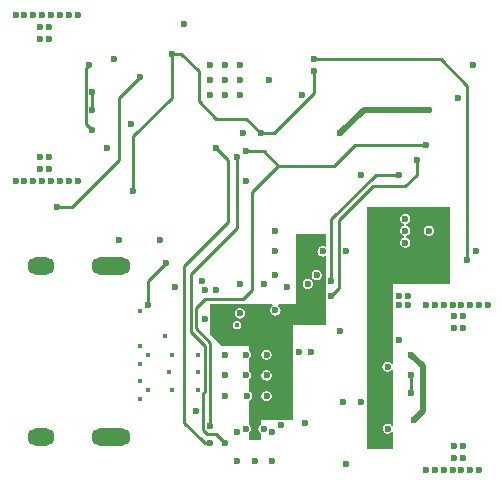
<source format=gbl>
%FSLAX46Y46*%
%MOMM*%
%ADD10C,0.250000*%
%ADD11C,0.500000*%
%AMPS14*
1,1,0.600000,0.000000,0.000000*
%
%ADD14PS14*%
%AMPS15*
1,1,0.450000,0.000000,0.000000*
%
%ADD15PS15*%
%AMPS12*
21,1,1.800000,1.500000,0.000000,0.000000,0.000000*
1,1,1.500000,0.900000,0.000000*
1,1,1.500000,-0.900000,0.000000*
%
%ADD12PS12*%
%AMPS13*
21,1,0.800000,1.500000,0.000000,0.000000,0.000000*
1,1,1.500000,0.400000,0.000000*
1,1,1.500000,-0.400000,0.000000*
%
%ADD13PS13*%
G01*
%LPD*%
G36*
X33000000Y3250000D02*
X33000000Y4691760D01*
X32871970Y4741140D01*
X32827703Y4692289D01*
X32796069Y4663619D01*
X32761763Y4638176D01*
X32725136Y4616222D01*
X32686530Y4597964D01*
X32646317Y4583574D01*
X32604899Y4573200D01*
X32562648Y4566933D01*
X32520000Y4564836D01*
X32477352Y4566933D01*
X32435101Y4573200D01*
X32393683Y4583574D01*
X32353470Y4597964D01*
X32314864Y4616222D01*
X32278237Y4638176D01*
X32243931Y4663619D01*
X32212293Y4692293D01*
X32183619Y4723931D01*
X32158176Y4758237D01*
X32136222Y4794864D01*
X32117964Y4833470D01*
X32103574Y4873683D01*
X32093200Y4915101D01*
X32086933Y4957352D01*
X32084836Y5000000D01*
X32086933Y5042648D01*
X32093200Y5084899D01*
X32103574Y5126317D01*
X32117964Y5166530D01*
X32136222Y5205136D01*
X32158176Y5241763D01*
X32183619Y5276069D01*
X32212293Y5307707D01*
X32243931Y5336381D01*
X32278237Y5361824D01*
X32314864Y5383778D01*
X32353470Y5402036D01*
X32393683Y5416426D01*
X32435101Y5426800D01*
X32477352Y5433067D01*
X32520000Y5435164D01*
X32562648Y5433067D01*
X32604899Y5426800D01*
X32646317Y5416426D01*
X32686530Y5402036D01*
X32725136Y5383778D01*
X32761763Y5361824D01*
X32796069Y5336381D01*
X32827703Y5307711D01*
X32871970Y5258860D01*
X33000000Y5308240D01*
X33000000Y9963826D01*
X32871976Y10013208D01*
X32807702Y9942288D01*
X32776069Y9913619D01*
X32741763Y9888176D01*
X32705136Y9866222D01*
X32666530Y9847964D01*
X32626317Y9833574D01*
X32584899Y9823200D01*
X32542648Y9816933D01*
X32500000Y9814836D01*
X32457352Y9816933D01*
X32415101Y9823200D01*
X32373683Y9833574D01*
X32333470Y9847964D01*
X32294864Y9866222D01*
X32258237Y9888176D01*
X32223931Y9913619D01*
X32192293Y9942293D01*
X32163619Y9973931D01*
X32138176Y10008237D01*
X32116222Y10044864D01*
X32097964Y10083470D01*
X32083574Y10123683D01*
X32073200Y10165101D01*
X32066933Y10207352D01*
X32064836Y10250000D01*
X32066933Y10292648D01*
X32073200Y10334899D01*
X32083574Y10376317D01*
X32097964Y10416530D01*
X32116222Y10455136D01*
X32138176Y10491763D01*
X32163619Y10526069D01*
X32192293Y10557707D01*
X32223931Y10586381D01*
X32258237Y10611824D01*
X32294864Y10633778D01*
X32333470Y10652036D01*
X32373683Y10666426D01*
X32415101Y10676800D01*
X32457352Y10683067D01*
X32500000Y10685164D01*
X32542648Y10683067D01*
X32584899Y10676800D01*
X32626317Y10666426D01*
X32666530Y10652036D01*
X32705136Y10633778D01*
X32741763Y10611824D01*
X32776069Y10586381D01*
X32807702Y10557712D01*
X32871976Y10486792D01*
X33000000Y10536174D01*
X33000000Y17250000D01*
X37750000Y17250000D01*
X37750000Y23750000D01*
X30750000Y23750000D01*
X30750000Y3250000D01*
X33000000Y3250000D01*
D02*
G37*
%LPC*%
G36*
X34000000Y20314836D02*
X33957352Y20316933D01*
X33915101Y20323200D01*
X33873683Y20333574D01*
X33833470Y20347964D01*
X33794864Y20366222D01*
X33758237Y20388176D01*
X33723931Y20413619D01*
X33692293Y20442293D01*
X33663619Y20473931D01*
X33638176Y20508237D01*
X33616222Y20544864D01*
X33597964Y20583470D01*
X33583574Y20623683D01*
X33573200Y20665101D01*
X33566933Y20707352D01*
X33564836Y20750000D01*
X33566933Y20792648D01*
X33573200Y20834899D01*
X33583574Y20876317D01*
X33597964Y20916530D01*
X33616222Y20955136D01*
X33638176Y20991763D01*
X33663619Y21026069D01*
X33692293Y21057707D01*
X33723931Y21086381D01*
X33758237Y21111824D01*
X33794864Y21133778D01*
X33833470Y21152036D01*
X33910425Y21179573D01*
X33910425Y21320427D01*
X33833470Y21347964D01*
X33794864Y21366222D01*
X33758237Y21388176D01*
X33723931Y21413619D01*
X33692293Y21442293D01*
X33663619Y21473931D01*
X33638176Y21508237D01*
X33616222Y21544864D01*
X33597964Y21583470D01*
X33583574Y21623683D01*
X33573200Y21665101D01*
X33566933Y21707352D01*
X33564836Y21750000D01*
X33566933Y21792648D01*
X33573200Y21834899D01*
X33583574Y21876317D01*
X33597964Y21916530D01*
X33616222Y21955136D01*
X33638176Y21991763D01*
X33663619Y22026069D01*
X33692293Y22057707D01*
X33723931Y22086381D01*
X33758237Y22111824D01*
X33794864Y22133778D01*
X33833470Y22152036D01*
X33910425Y22179573D01*
X33910425Y22320427D01*
X33833470Y22347964D01*
X33794864Y22366222D01*
X33758237Y22388176D01*
X33723931Y22413619D01*
X33692293Y22442293D01*
X33663619Y22473931D01*
X33638176Y22508237D01*
X33616222Y22544864D01*
X33597964Y22583470D01*
X33583574Y22623683D01*
X33573200Y22665101D01*
X33566933Y22707352D01*
X33564836Y22750000D01*
X33566933Y22792648D01*
X33573200Y22834899D01*
X33583574Y22876317D01*
X33597964Y22916530D01*
X33616222Y22955136D01*
X33638176Y22991763D01*
X33663619Y23026069D01*
X33692293Y23057707D01*
X33723931Y23086381D01*
X33758237Y23111824D01*
X33794864Y23133778D01*
X33833470Y23152036D01*
X33873683Y23166426D01*
X33915101Y23176800D01*
X33957352Y23183067D01*
X34000000Y23185164D01*
X34042648Y23183067D01*
X34084899Y23176800D01*
X34126317Y23166426D01*
X34166530Y23152036D01*
X34205136Y23133778D01*
X34241763Y23111824D01*
X34276069Y23086381D01*
X34307707Y23057707D01*
X34336381Y23026069D01*
X34361824Y22991763D01*
X34383778Y22955136D01*
X34402036Y22916530D01*
X34416426Y22876317D01*
X34426800Y22834899D01*
X34433067Y22792648D01*
X34435164Y22750000D01*
X34433067Y22707352D01*
X34426800Y22665101D01*
X34416426Y22623683D01*
X34402036Y22583470D01*
X34383778Y22544864D01*
X34361824Y22508237D01*
X34336381Y22473931D01*
X34307707Y22442293D01*
X34276069Y22413619D01*
X34241763Y22388176D01*
X34205136Y22366222D01*
X34166530Y22347964D01*
X34089575Y22320427D01*
X34089575Y22179573D01*
X34166530Y22152036D01*
X34205136Y22133778D01*
X34241763Y22111824D01*
X34276069Y22086381D01*
X34307707Y22057707D01*
X34336381Y22026069D01*
X34361824Y21991763D01*
X34383778Y21955136D01*
X34402036Y21916530D01*
X34416426Y21876317D01*
X34426800Y21834899D01*
X34433067Y21792648D01*
X34435164Y21750000D01*
X34433067Y21707352D01*
X34426800Y21665101D01*
X34416426Y21623683D01*
X34402036Y21583470D01*
X34383778Y21544864D01*
X34361824Y21508237D01*
X34336381Y21473931D01*
X34307707Y21442293D01*
X34276069Y21413619D01*
X34241763Y21388176D01*
X34205136Y21366222D01*
X34166530Y21347964D01*
X34089575Y21320427D01*
X34089575Y21179573D01*
X34166530Y21152036D01*
X34205136Y21133778D01*
X34241763Y21111824D01*
X34276069Y21086381D01*
X34307707Y21057707D01*
X34336381Y21026069D01*
X34361824Y20991763D01*
X34383778Y20955136D01*
X34402036Y20916530D01*
X34416426Y20876317D01*
X34426800Y20834899D01*
X34433067Y20792648D01*
X34435164Y20750000D01*
X34433067Y20707352D01*
X34426800Y20665101D01*
X34416426Y20623683D01*
X34402036Y20583470D01*
X34383778Y20544864D01*
X34361824Y20508237D01*
X34336381Y20473931D01*
X34307707Y20442293D01*
X34276069Y20413619D01*
X34241763Y20388176D01*
X34205136Y20366222D01*
X34166530Y20347964D01*
X34126317Y20333574D01*
X34084899Y20323200D01*
X34042648Y20316933D01*
X34000000Y20314836D01*
D02*
G37*
%LPC*%
G36*
X36000000Y21314836D02*
X35957352Y21316933D01*
X35915101Y21323200D01*
X35873683Y21333574D01*
X35833470Y21347964D01*
X35794864Y21366222D01*
X35758237Y21388176D01*
X35723931Y21413619D01*
X35692293Y21442293D01*
X35663619Y21473931D01*
X35638176Y21508237D01*
X35616222Y21544864D01*
X35597964Y21583470D01*
X35583574Y21623683D01*
X35573200Y21665101D01*
X35566933Y21707352D01*
X35564836Y21750000D01*
X35566933Y21792648D01*
X35573200Y21834899D01*
X35583574Y21876317D01*
X35597964Y21916530D01*
X35616222Y21955136D01*
X35638176Y21991763D01*
X35663619Y22026069D01*
X35692293Y22057707D01*
X35723931Y22086381D01*
X35758237Y22111824D01*
X35794864Y22133778D01*
X35833470Y22152036D01*
X35873683Y22166426D01*
X35915101Y22176800D01*
X35957352Y22183067D01*
X36000000Y22185164D01*
X36042648Y22183067D01*
X36084899Y22176800D01*
X36126317Y22166426D01*
X36166530Y22152036D01*
X36205136Y22133778D01*
X36241763Y22111824D01*
X36276069Y22086381D01*
X36307707Y22057707D01*
X36336381Y22026069D01*
X36361824Y21991763D01*
X36383778Y21955136D01*
X36402036Y21916530D01*
X36416426Y21876317D01*
X36426800Y21834899D01*
X36433067Y21792648D01*
X36435164Y21750000D01*
X36433067Y21707352D01*
X36426800Y21665101D01*
X36416426Y21623683D01*
X36402036Y21583470D01*
X36383778Y21544864D01*
X36361824Y21508237D01*
X36336381Y21473931D01*
X36307707Y21442293D01*
X36276069Y21413619D01*
X36241763Y21388176D01*
X36205136Y21366222D01*
X36166530Y21347964D01*
X36126317Y21333574D01*
X36084899Y21323200D01*
X36042648Y21316933D01*
X36000000Y21314836D01*
D02*
G37*
%LPD*%
G36*
X21750000Y4000000D02*
X21750000Y4639994D01*
X21692288Y4692298D01*
X21663619Y4723931D01*
X21638176Y4758237D01*
X21616222Y4794864D01*
X21597964Y4833470D01*
X21583574Y4873683D01*
X21573200Y4915101D01*
X21566933Y4957352D01*
X21564836Y5000000D01*
X21566933Y5042648D01*
X21573200Y5084899D01*
X21583574Y5126317D01*
X21597964Y5166530D01*
X21616222Y5205136D01*
X21638176Y5241763D01*
X21663619Y5276069D01*
X21692288Y5307702D01*
X21750000Y5360006D01*
X21750000Y5750000D01*
X24500000Y5750003D01*
X24500000Y13750000D01*
X27250000Y13750000D01*
X27250000Y19614555D01*
X27084899Y19573200D01*
X27042648Y19566933D01*
X27000000Y19564836D01*
X26957352Y19566933D01*
X26915101Y19573200D01*
X26873683Y19583574D01*
X26833470Y19597964D01*
X26794864Y19616222D01*
X26758237Y19638176D01*
X26723931Y19663619D01*
X26692293Y19692293D01*
X26663619Y19723931D01*
X26638176Y19758237D01*
X26616222Y19794864D01*
X26597964Y19833470D01*
X26583574Y19873683D01*
X26573200Y19915101D01*
X26566933Y19957352D01*
X26564836Y20000000D01*
X26566933Y20042648D01*
X26573200Y20084899D01*
X26583574Y20126317D01*
X26597964Y20166530D01*
X26616222Y20205136D01*
X26638176Y20241763D01*
X26663619Y20276069D01*
X26692293Y20307707D01*
X26723931Y20336381D01*
X26758237Y20361824D01*
X26794864Y20383778D01*
X26833470Y20402036D01*
X26873683Y20416426D01*
X26915101Y20426800D01*
X26957352Y20433067D01*
X27000000Y20435164D01*
X27042648Y20433067D01*
X27084899Y20426800D01*
X27250000Y20385445D01*
X27250000Y21500000D01*
X24750000Y21500000D01*
X24750000Y15504687D01*
X23271676Y15513926D01*
X23221728Y15385628D01*
X23307712Y15307702D01*
X23336381Y15276069D01*
X23361824Y15241763D01*
X23383778Y15205136D01*
X23402036Y15166530D01*
X23416426Y15126317D01*
X23426800Y15084899D01*
X23433067Y15042648D01*
X23435164Y15000000D01*
X23433067Y14957352D01*
X23426800Y14915101D01*
X23416426Y14873683D01*
X23402036Y14833470D01*
X23383778Y14794864D01*
X23361824Y14758237D01*
X23336381Y14723931D01*
X23307707Y14692293D01*
X23276069Y14663619D01*
X23241763Y14638176D01*
X23205136Y14616222D01*
X23166530Y14597964D01*
X23126317Y14583574D01*
X23084899Y14573200D01*
X23042648Y14566933D01*
X23000000Y14564836D01*
X22957352Y14566933D01*
X22915101Y14573200D01*
X22873683Y14583574D01*
X22833470Y14597964D01*
X22794864Y14616222D01*
X22758237Y14638176D01*
X22723931Y14663619D01*
X22692293Y14692293D01*
X22663619Y14723931D01*
X22638176Y14758237D01*
X22616222Y14794864D01*
X22597964Y14833470D01*
X22583574Y14873683D01*
X22573200Y14915101D01*
X22566933Y14957352D01*
X22564836Y15000000D01*
X22566933Y15042648D01*
X22573200Y15084899D01*
X22583574Y15126317D01*
X22597964Y15166530D01*
X22616222Y15205136D01*
X22638176Y15241763D01*
X22663619Y15276069D01*
X22692293Y15307707D01*
X22723935Y15336385D01*
X22783158Y15380310D01*
X22738388Y15517260D01*
X17500000Y15550000D01*
X17500000Y13000001D01*
X18500001Y12000000D01*
X20750000Y12000000D01*
X20750000Y11610006D01*
X20807712Y11557702D01*
X20836381Y11526069D01*
X20861824Y11491763D01*
X20883778Y11455136D01*
X20902036Y11416530D01*
X20916426Y11376317D01*
X20926800Y11334899D01*
X20933067Y11292648D01*
X20935164Y11250000D01*
X20933067Y11207352D01*
X20926800Y11165101D01*
X20916426Y11123683D01*
X20902036Y11083470D01*
X20883778Y11044864D01*
X20861824Y11008237D01*
X20836381Y10973931D01*
X20807712Y10942298D01*
X20750000Y10889994D01*
X20750000Y9860006D01*
X20807712Y9807702D01*
X20836381Y9776069D01*
X20861824Y9741763D01*
X20883778Y9705136D01*
X20902036Y9666530D01*
X20916426Y9626317D01*
X20926800Y9584899D01*
X20933067Y9542648D01*
X20935164Y9500000D01*
X20933067Y9457352D01*
X20926800Y9415101D01*
X20916426Y9373683D01*
X20902036Y9333470D01*
X20883778Y9294864D01*
X20861824Y9258237D01*
X20836381Y9223931D01*
X20807712Y9192298D01*
X20750000Y9139994D01*
X20750000Y8171678D01*
X20830136Y8133778D01*
X20866763Y8111824D01*
X20901069Y8086381D01*
X20932707Y8057707D01*
X20961381Y8026069D01*
X20986824Y7991763D01*
X21008778Y7955136D01*
X21027036Y7916530D01*
X21041426Y7876317D01*
X21051800Y7834899D01*
X21058067Y7792648D01*
X21060164Y7750000D01*
X21058067Y7707352D01*
X21051800Y7665101D01*
X21041426Y7623683D01*
X21027036Y7583470D01*
X21008778Y7544864D01*
X20986824Y7508237D01*
X20961381Y7473931D01*
X20932707Y7442293D01*
X20901069Y7413619D01*
X20866763Y7388176D01*
X20830136Y7366222D01*
X20750000Y7328322D01*
X20750000Y5360006D01*
X20807712Y5307702D01*
X20836381Y5276069D01*
X20861824Y5241763D01*
X20883778Y5205136D01*
X20902036Y5166530D01*
X20916426Y5126317D01*
X20926800Y5084899D01*
X20933067Y5042648D01*
X20935164Y5000000D01*
X20933067Y4957352D01*
X20926800Y4915101D01*
X20916426Y4873683D01*
X20902036Y4833470D01*
X20883778Y4794864D01*
X20861824Y4758237D01*
X20836381Y4723931D01*
X20807712Y4692298D01*
X20750000Y4639994D01*
X20750000Y4000000D01*
X21750000Y4000000D01*
D02*
G37*
%LPC*%
G36*
X26500000Y17564836D02*
X26457352Y17566933D01*
X26415101Y17573200D01*
X26373683Y17583574D01*
X26333470Y17597964D01*
X26294864Y17616222D01*
X26258230Y17638180D01*
X26189302Y17689302D01*
X26138180Y17758230D01*
X26116222Y17794864D01*
X26097964Y17833470D01*
X26083574Y17873683D01*
X26073200Y17915101D01*
X26066933Y17957352D01*
X26064836Y18000000D01*
X26066933Y18042648D01*
X26073200Y18084899D01*
X26083574Y18126317D01*
X26097964Y18166530D01*
X26116222Y18205136D01*
X26138176Y18241763D01*
X26163619Y18276069D01*
X26192293Y18307707D01*
X26223931Y18336381D01*
X26258237Y18361824D01*
X26294864Y18383778D01*
X26333470Y18402036D01*
X26373683Y18416426D01*
X26415101Y18426800D01*
X26457352Y18433067D01*
X26500000Y18435164D01*
X26542648Y18433067D01*
X26584899Y18426800D01*
X26626317Y18416426D01*
X26666530Y18402036D01*
X26705136Y18383778D01*
X26741763Y18361824D01*
X26776069Y18336381D01*
X26807707Y18307707D01*
X26836381Y18276069D01*
X26861824Y18241763D01*
X26883778Y18205136D01*
X26902036Y18166530D01*
X26916426Y18126317D01*
X26926800Y18084899D01*
X26933067Y18042648D01*
X26935164Y18000000D01*
X26933067Y17957352D01*
X26926800Y17915101D01*
X26916426Y17873683D01*
X26902036Y17833470D01*
X26883778Y17794864D01*
X26861824Y17758237D01*
X26836381Y17723931D01*
X26807707Y17692293D01*
X26776069Y17663619D01*
X26741763Y17638176D01*
X26705136Y17616222D01*
X26666530Y17597964D01*
X26626317Y17583574D01*
X26584899Y17573200D01*
X26542648Y17566933D01*
X26500000Y17564836D01*
D02*
G37*
%LPC*%
G36*
X25750000Y16814836D02*
X25707352Y16816933D01*
X25665101Y16823200D01*
X25623683Y16833574D01*
X25583470Y16847964D01*
X25544864Y16866222D01*
X25508237Y16888176D01*
X25473931Y16913619D01*
X25442293Y16942293D01*
X25413619Y16973931D01*
X25388176Y17008237D01*
X25366222Y17044864D01*
X25347964Y17083470D01*
X25333574Y17123683D01*
X25323200Y17165101D01*
X25316933Y17207352D01*
X25314836Y17250000D01*
X25316933Y17292648D01*
X25323200Y17334899D01*
X25333574Y17376317D01*
X25347964Y17416530D01*
X25366222Y17455136D01*
X25388176Y17491763D01*
X25413619Y17526069D01*
X25442293Y17557707D01*
X25473931Y17586381D01*
X25508237Y17611824D01*
X25544864Y17633778D01*
X25583470Y17652036D01*
X25623683Y17666426D01*
X25665101Y17676800D01*
X25707352Y17683067D01*
X25750000Y17685164D01*
X25792648Y17683067D01*
X25834899Y17676800D01*
X25876317Y17666426D01*
X25916530Y17652036D01*
X25955136Y17633778D01*
X25991770Y17611820D01*
X26060698Y17560698D01*
X26111820Y17491770D01*
X26133778Y17455136D01*
X26152036Y17416530D01*
X26166426Y17376317D01*
X26176800Y17334899D01*
X26183067Y17292648D01*
X26185164Y17250000D01*
X26183067Y17207352D01*
X26176800Y17165101D01*
X26166426Y17123683D01*
X26152036Y17083470D01*
X26133778Y17044864D01*
X26111824Y17008237D01*
X26086381Y16973931D01*
X26057707Y16942293D01*
X26026069Y16913619D01*
X25991763Y16888176D01*
X25955136Y16866222D01*
X25916530Y16847964D01*
X25876317Y16833574D01*
X25834899Y16823200D01*
X25792648Y16816933D01*
X25750000Y16814836D01*
D02*
G37*
%LPC*%
G36*
X20000000Y14314836D02*
X19957352Y14316933D01*
X19915101Y14323200D01*
X19873683Y14333574D01*
X19833470Y14347964D01*
X19794864Y14366222D01*
X19758237Y14388176D01*
X19723931Y14413619D01*
X19692293Y14442293D01*
X19663619Y14473931D01*
X19638176Y14508237D01*
X19616222Y14544864D01*
X19597964Y14583470D01*
X19583574Y14623683D01*
X19573200Y14665101D01*
X19566933Y14707352D01*
X19564836Y14750000D01*
X19566933Y14792648D01*
X19573200Y14834899D01*
X19583574Y14876317D01*
X19597964Y14916530D01*
X19616222Y14955136D01*
X19638176Y14991763D01*
X19663619Y15026069D01*
X19692293Y15057707D01*
X19723931Y15086381D01*
X19758237Y15111824D01*
X19794864Y15133778D01*
X19833470Y15152036D01*
X19873683Y15166426D01*
X19915101Y15176800D01*
X19957352Y15183067D01*
X20000000Y15185164D01*
X20042648Y15183067D01*
X20084899Y15176800D01*
X20126317Y15166426D01*
X20166530Y15152036D01*
X20205136Y15133778D01*
X20241763Y15111824D01*
X20276069Y15086381D01*
X20307707Y15057707D01*
X20336381Y15026069D01*
X20361824Y14991763D01*
X20383778Y14955136D01*
X20402036Y14916530D01*
X20416426Y14876317D01*
X20426800Y14834899D01*
X20433067Y14792648D01*
X20435164Y14750000D01*
X20433067Y14707352D01*
X20426800Y14665101D01*
X20416426Y14623683D01*
X20402036Y14583470D01*
X20383778Y14544864D01*
X20361824Y14508237D01*
X20336381Y14473931D01*
X20307707Y14442293D01*
X20276069Y14413619D01*
X20241763Y14388176D01*
X20205136Y14366222D01*
X20166530Y14347964D01*
X20126317Y14333574D01*
X20084899Y14323200D01*
X20042648Y14316933D01*
X20000000Y14314836D01*
D02*
G37*
%LPC*%
G36*
X19745000Y13389836D02*
X19709703Y13391572D01*
X19674733Y13396759D01*
X19640453Y13405345D01*
X19607169Y13417255D01*
X19575222Y13432364D01*
X19544910Y13450533D01*
X19516509Y13471596D01*
X19490326Y13495326D01*
X19466596Y13521509D01*
X19445533Y13549910D01*
X19427364Y13580222D01*
X19412255Y13612169D01*
X19400345Y13645453D01*
X19391759Y13679733D01*
X19386572Y13714703D01*
X19384836Y13750000D01*
X19386572Y13785297D01*
X19391759Y13820267D01*
X19400345Y13854547D01*
X19412255Y13887831D01*
X19427364Y13919778D01*
X19445533Y13950090D01*
X19466596Y13978491D01*
X19490326Y14004674D01*
X19516509Y14028404D01*
X19544910Y14049467D01*
X19575222Y14067636D01*
X19607169Y14082745D01*
X19640453Y14094655D01*
X19674733Y14103241D01*
X19709703Y14108428D01*
X19745000Y14110164D01*
X19780297Y14108428D01*
X19815267Y14103241D01*
X19849547Y14094655D01*
X19882831Y14082745D01*
X19914778Y14067636D01*
X19945090Y14049467D01*
X19973491Y14028404D01*
X19999674Y14004674D01*
X20023404Y13978491D01*
X20044467Y13950090D01*
X20062636Y13919778D01*
X20077745Y13887831D01*
X20089655Y13854547D01*
X20098241Y13820267D01*
X20103428Y13785297D01*
X20105164Y13750000D01*
X20103428Y13714703D01*
X20098241Y13679733D01*
X20089655Y13645453D01*
X20077745Y13612169D01*
X20062636Y13580222D01*
X20044467Y13549910D01*
X20023404Y13521509D01*
X19999674Y13495326D01*
X19973491Y13471596D01*
X19945090Y13450533D01*
X19914778Y13432364D01*
X19882831Y13417255D01*
X19849547Y13405345D01*
X19815267Y13396759D01*
X19780297Y13391572D01*
X19745000Y13389836D01*
D02*
G37*
%LPC*%
G36*
X22250000Y10814836D02*
X22207352Y10816933D01*
X22165101Y10823200D01*
X22123683Y10833574D01*
X22083470Y10847964D01*
X22044864Y10866222D01*
X22008237Y10888176D01*
X21973931Y10913619D01*
X21942293Y10942293D01*
X21913619Y10973931D01*
X21888176Y11008237D01*
X21866222Y11044864D01*
X21847964Y11083470D01*
X21833574Y11123683D01*
X21823200Y11165101D01*
X21816933Y11207352D01*
X21814836Y11250000D01*
X21816933Y11292648D01*
X21823200Y11334899D01*
X21833574Y11376317D01*
X21847964Y11416530D01*
X21866222Y11455136D01*
X21888176Y11491763D01*
X21913619Y11526069D01*
X21942293Y11557707D01*
X21973931Y11586381D01*
X22008237Y11611824D01*
X22044864Y11633778D01*
X22083470Y11652036D01*
X22123683Y11666426D01*
X22165101Y11676800D01*
X22207352Y11683067D01*
X22250000Y11685164D01*
X22292648Y11683067D01*
X22334899Y11676800D01*
X22376317Y11666426D01*
X22416530Y11652036D01*
X22455136Y11633778D01*
X22491763Y11611824D01*
X22526069Y11586381D01*
X22557707Y11557707D01*
X22586381Y11526069D01*
X22611824Y11491763D01*
X22633778Y11455136D01*
X22652036Y11416530D01*
X22666426Y11376317D01*
X22676800Y11334899D01*
X22683067Y11292648D01*
X22685164Y11250000D01*
X22683067Y11207352D01*
X22676800Y11165101D01*
X22666426Y11123683D01*
X22652036Y11083470D01*
X22633778Y11044864D01*
X22611824Y11008237D01*
X22586381Y10973931D01*
X22557707Y10942293D01*
X22526069Y10913619D01*
X22491763Y10888176D01*
X22455136Y10866222D01*
X22416530Y10847964D01*
X22376317Y10833574D01*
X22334899Y10823200D01*
X22292648Y10816933D01*
X22250000Y10814836D01*
D02*
G37*
%LPC*%
G36*
X22250000Y9064836D02*
X22207352Y9066933D01*
X22165101Y9073200D01*
X22123683Y9083574D01*
X22083470Y9097964D01*
X22044864Y9116222D01*
X22008237Y9138176D01*
X21973931Y9163619D01*
X21942293Y9192293D01*
X21913619Y9223931D01*
X21888176Y9258237D01*
X21866222Y9294864D01*
X21847964Y9333470D01*
X21833574Y9373683D01*
X21823200Y9415101D01*
X21816933Y9457352D01*
X21814836Y9500000D01*
X21816933Y9542648D01*
X21823200Y9584899D01*
X21833574Y9626317D01*
X21847964Y9666530D01*
X21866222Y9705136D01*
X21888176Y9741763D01*
X21913619Y9776069D01*
X21942293Y9807707D01*
X21973931Y9836381D01*
X22008237Y9861824D01*
X22044864Y9883778D01*
X22083470Y9902036D01*
X22123683Y9916426D01*
X22165101Y9926800D01*
X22207352Y9933067D01*
X22250000Y9935164D01*
X22292648Y9933067D01*
X22334899Y9926800D01*
X22376317Y9916426D01*
X22416530Y9902036D01*
X22455136Y9883778D01*
X22491763Y9861824D01*
X22526069Y9836381D01*
X22557707Y9807707D01*
X22586381Y9776069D01*
X22611824Y9741763D01*
X22633778Y9705136D01*
X22652036Y9666530D01*
X22666426Y9626317D01*
X22676800Y9584899D01*
X22683067Y9542648D01*
X22685164Y9500000D01*
X22683067Y9457352D01*
X22676800Y9415101D01*
X22666426Y9373683D01*
X22652036Y9333470D01*
X22633778Y9294864D01*
X22611824Y9258237D01*
X22586381Y9223931D01*
X22557707Y9192293D01*
X22526069Y9163619D01*
X22491763Y9138176D01*
X22455136Y9116222D01*
X22416530Y9097964D01*
X22376317Y9083574D01*
X22334899Y9073200D01*
X22292648Y9066933D01*
X22250000Y9064836D01*
D02*
G37*
%LPC*%
G36*
X22250000Y7314836D02*
X22207352Y7316933D01*
X22165101Y7323200D01*
X22123683Y7333574D01*
X22083470Y7347964D01*
X22044864Y7366222D01*
X22008237Y7388176D01*
X21973931Y7413619D01*
X21942293Y7442293D01*
X21913619Y7473931D01*
X21888176Y7508237D01*
X21866222Y7544864D01*
X21847964Y7583470D01*
X21833574Y7623683D01*
X21823200Y7665101D01*
X21816933Y7707352D01*
X21814836Y7750000D01*
X21816933Y7792648D01*
X21823200Y7834899D01*
X21833574Y7876317D01*
X21847964Y7916530D01*
X21866222Y7955136D01*
X21888176Y7991763D01*
X21913619Y8026069D01*
X21942293Y8057707D01*
X21973931Y8086381D01*
X22008237Y8111824D01*
X22044864Y8133778D01*
X22083470Y8152036D01*
X22123683Y8166426D01*
X22165101Y8176800D01*
X22207352Y8183067D01*
X22250000Y8185164D01*
X22292648Y8183067D01*
X22334899Y8176800D01*
X22376317Y8166426D01*
X22416530Y8152036D01*
X22455136Y8133778D01*
X22491763Y8111824D01*
X22526069Y8086381D01*
X22557707Y8057707D01*
X22586381Y8026069D01*
X22611824Y7991763D01*
X22633778Y7955136D01*
X22652036Y7916530D01*
X22666426Y7876317D01*
X22676800Y7834899D01*
X22683067Y7792648D01*
X22685164Y7750000D01*
X22683067Y7707352D01*
X22676800Y7665101D01*
X22666426Y7623683D01*
X22652036Y7583470D01*
X22633778Y7544864D01*
X22611824Y7508237D01*
X22586381Y7473931D01*
X22557707Y7442293D01*
X22526069Y7413619D01*
X22491763Y7388176D01*
X22455136Y7366222D01*
X22416530Y7347964D01*
X22376317Y7333574D01*
X22334899Y7323200D01*
X22292648Y7316933D01*
X22250000Y7314836D01*
D02*
G37*
%LPD*%
G01*
%LPD*%
D10*
X14250000Y33000000D02*
X14250000Y36750000D01*
D10*
X16250000Y15250000D02*
X17000000Y16000000D01*
D10*
X9750000Y27750000D02*
X9750000Y33000000D01*
D10*
X4500000Y23750000D02*
X5750000Y23750000D01*
D10*
X21750000Y30000000D02*
X20500000Y31250000D01*
D10*
X26250000Y35250000D02*
X26250000Y33394384D01*
D10*
X17000000Y12000000D02*
X17000000Y8110806D01*
D10*
X15250000Y5500000D02*
X16750000Y4000000D01*
D10*
X10979680Y25129680D02*
X10979680Y29729680D01*
D10*
X21000000Y16750000D02*
X21000000Y25000000D01*
D10*
X13250000Y21000000D02*
X13101684Y21000000D01*
D10*
X17500000Y12250000D02*
X16250000Y13500000D01*
D10*
X5750000Y23750000D02*
X9750000Y27750000D01*
D10*
X7480000Y32000000D02*
X7480000Y33500000D01*
D10*
X12250000Y17500000D02*
X12250000Y15500000D01*
D10*
X19000000Y27750000D02*
X19000000Y22500000D01*
D10*
X29750000Y29000000D02*
X35750000Y29000000D01*
D10*
X16894989Y8005795D02*
X16894989Y4855011D01*
D10*
X22855616Y30000000D02*
X21750000Y30000000D01*
D10*
X6924989Y30805011D02*
X7480000Y30250000D01*
D11*
X35500000Y10270000D02*
X34520000Y11250000D01*
D10*
X18000000Y28750000D02*
X19000000Y27750000D01*
D10*
X16500000Y32750000D02*
X16500000Y35250000D01*
D10*
X20500000Y28500000D02*
X22000000Y28500000D01*
D10*
X20250000Y16000000D02*
X21000000Y16750000D01*
D10*
X17000000Y3750000D02*
X16750000Y4000000D01*
D10*
X15819980Y18069980D02*
X15819980Y13180020D01*
D10*
X17000000Y8110806D02*
X16894989Y8005795D01*
D10*
X18000000Y4500000D02*
X18750000Y3750000D01*
D10*
X16894989Y4855011D02*
X17250000Y4500000D01*
D10*
X19000000Y22500000D02*
X15250000Y18750000D01*
D11*
X30500000Y32000000D02*
X36000000Y32000000D01*
D10*
X34520000Y9500000D02*
X34520000Y8000000D01*
D10*
X17500000Y3750000D02*
X17000000Y3750000D01*
D10*
X15000000Y36750000D02*
X14250000Y36750000D01*
D10*
X18000000Y31250000D02*
X16500000Y32750000D01*
D10*
X37039978Y36250000D02*
X26250000Y36250000D01*
D11*
X28500000Y30000000D02*
X30500000Y32000000D01*
D10*
X27750000Y17500000D02*
X27750000Y22750000D01*
D10*
X35000000Y27750000D02*
X35000000Y26500000D01*
D10*
X23250000Y27250000D02*
X28000000Y27250000D01*
D10*
X31500000Y26500000D02*
X33500000Y26500000D01*
D10*
X21000000Y25000000D02*
X23250000Y27250000D01*
D10*
X9750000Y33000000D02*
X11500000Y34750000D01*
D10*
X17500000Y5250000D02*
X17500000Y12250000D01*
D10*
X34000000Y25500000D02*
X31250000Y25500000D01*
D10*
X35000000Y26500000D02*
X34000000Y25500000D01*
D10*
X19750000Y28000000D02*
X19750000Y22000000D01*
D10*
X39250000Y34039978D02*
X37039978Y36250000D01*
D10*
X27750000Y22750000D02*
X31500000Y26500000D01*
D10*
X7230000Y35750000D02*
X6924989Y35444989D01*
D10*
X39250000Y19250000D02*
X39250000Y34039978D01*
D10*
X28000000Y27250000D02*
X29750000Y29000000D01*
D10*
X28394989Y22644989D02*
X28394989Y16894989D01*
D10*
X28394989Y16894989D02*
X27750000Y16250000D01*
D10*
X17250000Y4500000D02*
X18000000Y4500000D01*
D10*
X17000000Y16000000D02*
X20250000Y16000000D01*
D10*
X22000000Y28500000D02*
X23250000Y27250000D01*
D10*
X16500000Y35250000D02*
X15000000Y36750000D01*
D10*
X15819980Y13180020D02*
X17000000Y12000000D01*
D10*
X10979680Y29729680D02*
X14250000Y33000000D01*
D10*
X26250000Y33394384D02*
X22855616Y30000000D01*
D10*
X15250000Y18750000D02*
X15250000Y5500000D01*
D10*
X31250000Y25500000D02*
X28394989Y22644989D01*
D10*
X13750000Y19000000D02*
X12250000Y17500000D01*
D11*
X35500000Y6480000D02*
X35500000Y10270000D01*
D11*
X34770000Y5750000D02*
X35500000Y6480000D01*
D10*
X20500000Y31250000D02*
X18000000Y31250000D01*
D10*
X16250000Y13500000D02*
X16250000Y15250000D01*
D10*
X6924989Y35444989D02*
X6924989Y30805011D01*
D10*
X19750000Y22000000D02*
X15819980Y18069980D01*
G75*
D12*
X9110000Y4250000D03*
D12*
X9110000Y18750000D03*
D13*
X3150000Y18750000D03*
D13*
X3150000Y4250000D03*
D14*
X18750000Y9500000D03*
D14*
X20500000Y26000000D03*
D14*
X18750000Y7750000D03*
D14*
X17500000Y5250000D03*
D14*
X22000000Y17250000D03*
D15*
X12250000Y8250000D03*
D14*
X36500000Y15500000D03*
D14*
X4500000Y23750000D03*
D14*
X13250000Y21000000D03*
D14*
X25750000Y17250000D03*
D14*
X6250000Y40000000D03*
D14*
X21750000Y30000000D03*
D14*
X18750000Y34500000D03*
D14*
X27750000Y17500000D03*
D14*
X22500000Y34500000D03*
D14*
X22000000Y5000000D03*
D15*
X11500000Y10500000D03*
D14*
X36000000Y19750000D03*
D14*
X36000000Y32000000D03*
D14*
X40250000Y1500000D03*
D14*
X35750000Y1500000D03*
D14*
X18750002Y35749999D03*
D14*
X34520000Y9500000D03*
D14*
X38000000Y15500000D03*
D14*
X23458871Y5270565D03*
D15*
X16425000Y9750000D03*
D14*
X3090000Y27000000D03*
D14*
X33500000Y26500000D03*
D14*
X39250000Y19250000D03*
D14*
X20000002Y34499999D03*
D14*
X33500000Y12500000D03*
D15*
X11500000Y14995000D03*
D14*
X19750000Y4750000D03*
D14*
X9345799Y36325633D03*
D14*
X20500000Y5000000D03*
D14*
X17500000Y3750000D03*
D14*
X3250000Y40000000D03*
D14*
X22750000Y2250000D03*
D14*
X22250000Y9500000D03*
D14*
X40250000Y15500000D03*
D14*
X18000000Y16750000D03*
D15*
X11500000Y12000000D03*
D15*
X11500000Y7500000D03*
D14*
X1750000Y26000000D03*
D14*
X16250000Y6500000D03*
D14*
X17500002Y35749999D03*
D14*
X27000000Y20000000D03*
D14*
X4750000Y40000000D03*
D14*
X41000000Y15500000D03*
D14*
X39500000Y1500000D03*
D15*
X14250000Y11250000D03*
D14*
X39500000Y15500000D03*
D14*
X18750000Y3750000D03*
D14*
X35000000Y27750000D03*
D15*
X16425000Y11250000D03*
D14*
X34250000Y16250000D03*
D14*
X33500000Y16250000D03*
D14*
X24000000Y17000000D03*
D14*
X20000000Y17250000D03*
D14*
X37250000Y15500000D03*
D14*
X9750000Y21000000D03*
D15*
X16425000Y8250000D03*
D14*
X23000000Y20000000D03*
D14*
X20500000Y28500000D03*
D15*
X11500000Y9000000D03*
D14*
X20000002Y33249999D03*
D14*
X34000000Y22750000D03*
D14*
X18750000Y11250000D03*
D14*
X33500000Y15500000D03*
D14*
X13750000Y19000000D03*
D14*
X20250000Y30000000D03*
D14*
X20000000Y14750000D03*
D14*
X29000000Y2000000D03*
D14*
X1750000Y40000000D03*
D14*
X26250000Y36250000D03*
D14*
X17500002Y33249999D03*
D14*
X38000000Y1500000D03*
D14*
X34000000Y20750000D03*
D14*
X16750000Y17500000D03*
D14*
X3090000Y39000000D03*
D14*
X26000000Y11500000D03*
D15*
X14250000Y8250000D03*
D14*
X8750000Y28750000D03*
D14*
X1000000Y26000000D03*
D14*
X30250000Y7250000D03*
D14*
X4750000Y26000000D03*
D14*
X22750000Y4750000D03*
D14*
X36000000Y21750000D03*
D14*
X26250000Y35250000D03*
D14*
X7480000Y32000000D03*
D15*
X14000000Y9750000D03*
D14*
X14250000Y36750000D03*
D14*
X19750000Y28000000D03*
D14*
X10750000Y30750000D03*
D14*
X3840000Y28000000D03*
D14*
X38750000Y15500000D03*
D14*
X34250000Y15500000D03*
D14*
X25250000Y33250000D03*
D14*
X15250000Y39250000D03*
D14*
X18000000Y28750000D03*
D14*
X22250000Y11250000D03*
D14*
X3840000Y38000000D03*
D14*
X28500000Y13250000D03*
D14*
X20500000Y11250000D03*
D14*
X20500000Y9500000D03*
D14*
X5500000Y40000000D03*
D14*
X39750000Y35750000D03*
D14*
X38910000Y2500000D03*
D14*
X3250000Y26000000D03*
D14*
X18750002Y33249999D03*
D14*
X28500000Y30000000D03*
D15*
X12250000Y11250000D03*
D14*
X12250000Y15500000D03*
D14*
X22250000Y7750000D03*
D14*
X6250000Y26000000D03*
D14*
X2500000Y40000000D03*
D14*
X5500000Y26000000D03*
D14*
X31500000Y13250000D03*
D14*
X26000000Y20500000D03*
D14*
X25500000Y5500000D03*
D14*
X3090000Y38000000D03*
D14*
X31750000Y5250000D03*
D14*
X38160000Y3500000D03*
D15*
X13675000Y12825000D03*
D14*
X7480000Y33500000D03*
D14*
X37250000Y1500000D03*
D14*
X34520000Y11250000D03*
D14*
X7230000Y35750000D03*
D14*
X40000000Y20000000D03*
D14*
X34000000Y21750000D03*
D14*
X38750000Y1500000D03*
D14*
X38160000Y14500000D03*
D14*
X19750000Y2250000D03*
D14*
X27750000Y16250000D03*
D14*
X30250000Y26500000D03*
D14*
X38910000Y14500000D03*
D14*
X32500000Y10250000D03*
D14*
X18000000Y14250000D03*
D14*
X26500000Y18000000D03*
D14*
X31500000Y22750000D03*
D14*
X25000000Y11500000D03*
D14*
X31750000Y3750000D03*
D14*
X38160000Y13500000D03*
D14*
X21250000Y2250000D03*
D14*
X38910000Y3500000D03*
D14*
X23000000Y21750000D03*
D14*
X20000002Y35749999D03*
D15*
X19745000Y13750000D03*
D14*
X38160000Y2500000D03*
D14*
X22000000Y14750000D03*
D14*
X4000000Y26000000D03*
D14*
X38500000Y33000000D03*
D14*
X1000000Y40000000D03*
D14*
X38910000Y13500000D03*
D14*
X20625000Y7750000D03*
D14*
X21250000Y4750000D03*
D14*
X36500000Y1500000D03*
D14*
X2500000Y26000000D03*
D14*
X32520000Y5000000D03*
D14*
X28750000Y7250000D03*
D14*
X17500002Y34499999D03*
D14*
X17000000Y14250000D03*
D14*
X4000000Y40000000D03*
D14*
X17000000Y16750000D03*
D14*
X35750000Y15500000D03*
D14*
X3840000Y27000000D03*
D14*
X34520000Y8000000D03*
D14*
X29000000Y20000000D03*
D14*
X10979680Y25129680D03*
D14*
X3840000Y39000000D03*
D14*
X35750000Y29000000D03*
D14*
X7480000Y30250000D03*
D14*
X3090000Y28000000D03*
D14*
X14500000Y17000000D03*
D14*
X11500000Y34750000D03*
D14*
X23000000Y15000000D03*
D14*
X23000000Y18000000D03*
D14*
X34770000Y5750000D03*
M02*

</source>
